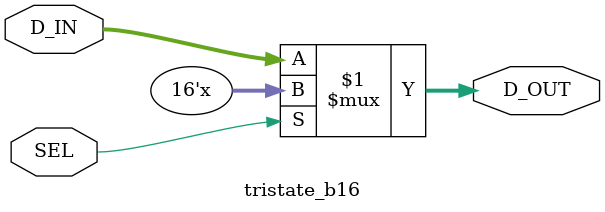
<source format=v>
module tristate_b16(
    SEL  ,
    D_IN ,
    D_OUT
);

//inputs
input       [15:0]        D_IN;
input                      SEL;

//outputs
output      [15:0]       D_OUT;

//logic
assign D_OUT = (SEL) ? (16'bz) : (D_IN);

endmodule
</source>
